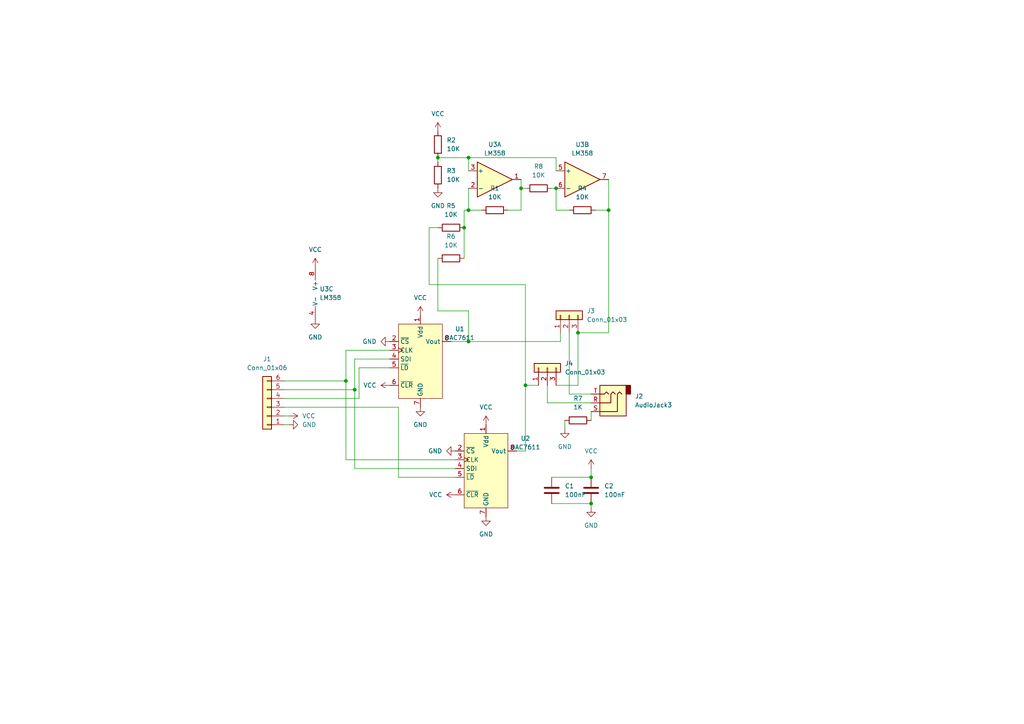
<source format=kicad_sch>
(kicad_sch (version 20231120) (generator "eeschema") (generator_version "8.0")
  (paper "A4")
  (lib_symbols
    (symbol "Amplifier_Operational:LM358" (pin_names (offset 0.127))
      (property "Reference" "U" (at 0 5.08 0))
      (property "Value" "LM358" (at 0 -5.08 0))
      (symbol "LM358_1_1"
        (polyline (pts (xy -5.08 5.08) (xy 5.08 0) (xy -5.08 -5.08) (xy -5.08 5.08)) (stroke (width 0.254)) (fill (type background)))
        (pin output line (at 7.62 0 180) (length 2.54) (name "~") (number "1"))
        (pin input line (at -7.62 -2.54 0) (length 2.54) (name "-") (number "2"))
        (pin input line (at -7.62 2.54 0) (length 2.54) (name "+") (number "3"))
      )
      (symbol "LM358_2_1"
        (polyline (pts (xy -5.08 5.08) (xy 5.08 0) (xy -5.08 -5.08) (xy -5.08 5.08)) (stroke (width 0.254)) (fill (type background)))
        (pin input line (at -7.62 2.54 0) (length 2.54) (name "+") (number "5"))
        (pin input line (at -7.62 -2.54 0) (length 2.54) (name "-") (number "6"))
        (pin output line (at 7.62 0 180) (length 2.54) (name "~") (number "7"))
      )
      (symbol "LM358_3_1"
        (pin power_in line (at -2.54 -7.62 90) (length 3.81) (name "V-") (number "4"))
        (pin power_in line (at -2.54 7.62 270) (length 3.81) (name "V+") (number "8"))
      )
    )
    (symbol "Connector_Audio:AudioJack3"
      (property "Reference" "J" (at 0 8.89 0))
      (property "Value" "AudioJack3" (at 0 6.35 0))
      (symbol "AudioJack3_0_1"
        (rectangle (start -5.08 -5.08) (end -6.35 -2.54) (stroke (width 0.254)) (fill (type outline)))
        (polyline (pts (xy 0 -2.54) (xy 0.635 -3.175) (xy 1.27 -2.54) (xy 2.54 -2.54)) (stroke (width 0.254)))
        (polyline (pts (xy -1.905 -2.54) (xy -1.27 -3.175) (xy -0.635 -2.54) (xy -0.635 0) (xy 2.54 0)) (stroke (width 0.254)))
        (polyline (pts (xy 2.54 2.54) (xy -2.54 2.54) (xy -2.54 -2.54) (xy -3.175 -3.175) (xy -3.81 -2.54)) (stroke (width 0.254)))
        (rectangle (start 2.54 3.81) (end -5.08 -5.08) (stroke (width 0.254)) (fill (type background)))
      )
      (symbol "AudioJack3_1_1"
        (pin passive line (at 5.08 0 180) (length 2.54) (name "~") (number "R"))
        (pin passive line (at 5.08 2.54 180) (length 2.54) (name "~") (number "S"))
        (pin passive line (at 5.08 -2.54 180) (length 2.54) (name "~") (number "T"))
      )
    )
    (symbol "Connector_Generic:Conn_01x03" (pin_names (offset 1.016) hide)
      (property "Reference" "J" (at 0 5.08 0))
      (property "Value" "Conn_01x03" (at 0 -5.08 0))
      (symbol "Conn_01x03_1_1"
        (rectangle (start -1.27 -2.413) (end 0 -2.667) (stroke (width 0.1524)))
        (rectangle (start -1.27 0.127) (end 0 -0.127) (stroke (width 0.1524)))
        (rectangle (start -1.27 2.667) (end 0 2.413) (stroke (width 0.1524)))
        (rectangle (start -1.27 3.81) (end 1.27 -3.81) (stroke (width 0.254)) (fill (type background)))
        (pin passive line (at -5.08 2.54 0) (length 3.81) (name "Pin_1") (number "1"))
        (pin passive line (at -5.08 0 0) (length 3.81) (name "Pin_2") (number "2"))
        (pin passive line (at -5.08 -2.54 0) (length 3.81) (name "Pin_3") (number "3"))
      )
    )
    (symbol "Connector_Generic:Conn_01x06" (pin_names (offset 1.016) hide)
      (property "Reference" "J" (at 0 7.62 0))
      (property "Value" "Conn_01x06" (at 0 -10.16 0))
      (symbol "Conn_01x06_1_1"
        (rectangle (start -1.27 -7.493) (end 0 -7.747) (stroke (width 0.1524)))
        (rectangle (start -1.27 -4.953) (end 0 -5.207) (stroke (width 0.1524)))
        (rectangle (start -1.27 -2.413) (end 0 -2.667) (stroke (width 0.1524)))
        (rectangle (start -1.27 0.127) (end 0 -0.127) (stroke (width 0.1524)))
        (rectangle (start -1.27 2.667) (end 0 2.413) (stroke (width 0.1524)))
        (rectangle (start -1.27 5.207) (end 0 4.953) (stroke (width 0.1524)))
        (rectangle (start -1.27 6.35) (end 1.27 -8.89) (stroke (width 0.254)) (fill (type background)))
        (pin passive line (at -5.08 5.08 0) (length 3.81) (name "Pin_1") (number "1"))
        (pin passive line (at -5.08 2.54 0) (length 3.81) (name "Pin_2") (number "2"))
        (pin passive line (at -5.08 0 0) (length 3.81) (name "Pin_3") (number "3"))
        (pin passive line (at -5.08 -2.54 0) (length 3.81) (name "Pin_4") (number "4"))
        (pin passive line (at -5.08 -5.08 0) (length 3.81) (name "Pin_5") (number "5"))
        (pin passive line (at -5.08 -7.62 0) (length 3.81) (name "Pin_6") (number "6"))
      )
    )
    (symbol "Device:C" (pin_numbers hide) (pin_names (offset 0.254))
      (property "Reference" "C" (at 0.635 2.54 0))
      (property "Value" "C" (at 0.635 -2.54 0))
      (symbol "C_0_1"
        (polyline (pts (xy -2.032 -0.762) (xy 2.032 -0.762)) (stroke (width 0.508)))
        (polyline (pts (xy -2.032 0.762) (xy 2.032 0.762)) (stroke (width 0.508)))
      )
      (symbol "C_1_1"
        (pin passive line (at 0 3.81 270) (length 2.794) (name "~") (number "1"))
        (pin passive line (at 0 -3.81 90) (length 2.794) (name "~") (number "2"))
      )
    )
    (symbol "Device:R" (pin_numbers hide) (pin_names (offset 0))
      (property "Reference" "R" (at 2.032 0 90))
      (property "Value" "R" (at 0 0 90))
      (symbol "R_0_1"
        (rectangle (start -1.016 -2.54) (end 1.016 2.54) (stroke (width 0.254)))
      )
      (symbol "R_1_1"
        (pin passive line (at 0 3.81 270) (length 1.27) (name "~") (number "1"))
        (pin passive line (at 0 -3.81 90) (length 1.27) (name "~") (number "2"))
      )
    )
    (symbol "Tholin:DAC7611"
      (property "Reference" "U" (at 0 0 0))
      (property "Value" "DAC7611" (at 0 0 0))
      (symbol "DAC7611_1_1"
        (rectangle (start -6.35 -2.54) (end 6.35 -24.13) (fill (type background)))
        (pin power_in line (at 0 0 270) (length 2.54) (name "Vdd") (number "1"))
        (pin input line (at -8.89 -7.62 0) (length 2.54) (name "~{CS}") (number "2"))
        (pin input clock (at -8.89 -10.16 0) (length 2.54) (name "CLK") (number "3"))
        (pin input line (at -8.89 -12.7 0) (length 2.54) (name "SDI") (number "4"))
        (pin input line (at -8.89 -15.24 0) (length 2.54) (name "~{LD}") (number "5"))
        (pin input line (at -8.89 -20.32 0) (length 2.54) (name "~{CLR}") (number "6"))
        (pin power_in line (at 0 -26.67 90) (length 2.54) (name "GND") (number "7"))
        (pin power_out line (at 8.89 -7.62 180) (length 2.54) (name "Vout") (number "8"))
      )
    )
    (symbol "power:GND" (power) (pin_names (offset 0))
      (property "Value" "GND" (at 0 -3.81 0))
      (symbol "GND_0_1"
        (polyline (pts (xy 0 0) (xy 0 -1.27) (xy 1.27 -1.27) (xy 0 -2.54) (xy -1.27 -1.27) (xy 0 -1.27)))
      )
      (symbol "GND_1_1"
        (pin power_in line (at 0 0 270) (length 0) hide (name "GND") (number "1"))
      )
    )
    (symbol "power:VCC" (power) (pin_names (offset 0))
      (property "Value" "VCC" (at 0 3.81 0))
      (symbol "VCC_0_1"
        (polyline (pts (xy -0.762 1.27) (xy 0 2.54)))
        (polyline (pts (xy 0 0) (xy 0 2.54)))
        (polyline (pts (xy 0 2.54) (xy 0.762 1.27)))
      )
      (symbol "VCC_1_1"
        (pin power_in line (at 0 0 90) (length 0) hide (name "VCC") (number "1"))
      )
    )
  )
  (junction (at 134.62 66.04))
  (junction (at 152.4 111.76))
  (junction (at 135.89 45.72))
  (junction (at 176.53 60.96))
  (junction (at 135.89 60.96))
  (junction (at 171.45 138.43))
  (junction (at 102.87 113.03))
  (junction (at 100.33 110.49))
  (junction (at 135.89 99.06))
  (junction (at 151.13 54.61))
  (junction (at 127 45.72))
  (junction (at 161.29 54.61))
  (junction (at 167.64 96.52))
  (junction (at 171.45 146.05))
  (wire (pts (xy 151.13 52.07) (xy 151.13 54.61)))
  (wire (pts (xy 102.87 135.89) (xy 132.08 135.89)))
  (wire (pts (xy 176.53 60.96) (xy 176.53 52.07)))
  (wire (pts (xy 82.55 115.57) (xy 104.14 115.57)))
  (wire (pts (xy 171.45 135.89) (xy 171.45 138.43)))
  (wire (pts (xy 127 90.17) (xy 135.89 90.17)))
  (wire (pts (xy 163.83 121.92) (xy 163.83 124.46)))
  (wire (pts (xy 171.45 119.38) (xy 171.45 121.92)))
  (wire (pts (xy 127 45.72) (xy 127 46.99)))
  (wire (pts (xy 162.56 99.06) (xy 135.89 99.06)))
  (wire (pts (xy 161.29 60.96) (xy 161.29 54.61)))
  (wire (pts (xy 113.03 104.14) (xy 102.87 104.14)))
  (wire (pts (xy 102.87 104.14) (xy 102.87 113.03)))
  (wire (pts (xy 127 74.93) (xy 127 90.17)))
  (wire (pts (xy 171.45 138.43) (xy 160.02 138.43)))
  (wire (pts (xy 124.46 82.55) (xy 152.4 82.55)))
  (wire (pts (xy 172.72 60.96) (xy 176.53 60.96)))
  (wire (pts (xy 152.4 111.76) (xy 152.4 130.81)))
  (wire (pts (xy 160.02 54.61) (xy 161.29 54.61)))
  (wire (pts (xy 165.1 96.52) (xy 165.1 114.3)))
  (wire (pts (xy 161.29 45.72) (xy 135.89 45.72)))
  (wire (pts (xy 151.13 54.61) (xy 151.13 60.96)))
  (wire (pts (xy 100.33 110.49) (xy 100.33 133.35)))
  (wire (pts (xy 82.55 123.19) (xy 83.82 123.19)))
  (wire (pts (xy 158.75 111.76) (xy 158.75 116.84)))
  (wire (pts (xy 100.33 133.35) (xy 132.08 133.35)))
  (wire (pts (xy 115.57 118.11) (xy 115.57 138.43)))
  (wire (pts (xy 176.53 96.52) (xy 176.53 60.96)))
  (wire (pts (xy 134.62 66.04) (xy 134.62 60.96)))
  (wire (pts (xy 161.29 49.53) (xy 161.29 45.72)))
  (wire (pts (xy 152.4 82.55) (xy 152.4 111.76)))
  (wire (pts (xy 139.7 60.96) (xy 135.89 60.96)))
  (wire (pts (xy 171.45 146.05) (xy 160.02 146.05)))
  (wire (pts (xy 151.13 54.61) (xy 152.4 54.61)))
  (wire (pts (xy 134.62 74.93) (xy 134.62 66.04)))
  (wire (pts (xy 130.81 99.06) (xy 135.89 99.06)))
  (wire (pts (xy 113.03 101.6) (xy 100.33 101.6)))
  (wire (pts (xy 135.89 60.96) (xy 135.89 54.61)))
  (wire (pts (xy 152.4 111.76) (xy 156.21 111.76)))
  (wire (pts (xy 171.45 147.32) (xy 171.45 146.05)))
  (wire (pts (xy 100.33 101.6) (xy 100.33 110.49)))
  (wire (pts (xy 82.55 113.03) (xy 102.87 113.03)))
  (wire (pts (xy 135.89 49.53) (xy 135.89 45.72)))
  (wire (pts (xy 167.64 111.76) (xy 167.64 96.52)))
  (wire (pts (xy 127 66.04) (xy 124.46 66.04)))
  (wire (pts (xy 82.55 118.11) (xy 115.57 118.11)))
  (wire (pts (xy 149.86 130.81) (xy 152.4 130.81)))
  (wire (pts (xy 135.89 90.17) (xy 135.89 99.06)))
  (wire (pts (xy 161.29 111.76) (xy 167.64 111.76)))
  (wire (pts (xy 124.46 66.04) (xy 124.46 82.55)))
  (wire (pts (xy 165.1 60.96) (xy 161.29 60.96)))
  (wire (pts (xy 115.57 138.43) (xy 132.08 138.43)))
  (wire (pts (xy 158.75 116.84) (xy 171.45 116.84)))
  (wire (pts (xy 82.55 120.65) (xy 83.82 120.65)))
  (wire (pts (xy 162.56 96.52) (xy 162.56 99.06)))
  (wire (pts (xy 167.64 96.52) (xy 176.53 96.52)))
  (wire (pts (xy 151.13 60.96) (xy 147.32 60.96)))
  (wire (pts (xy 82.55 110.49) (xy 100.33 110.49)))
  (wire (pts (xy 135.89 45.72) (xy 127 45.72)))
  (wire (pts (xy 104.14 115.57) (xy 104.14 106.68)))
  (wire (pts (xy 134.62 60.96) (xy 135.89 60.96)))
  (wire (pts (xy 104.14 106.68) (xy 113.03 106.68)))
  (wire (pts (xy 165.1 114.3) (xy 171.45 114.3)))
  (wire (pts (xy 102.87 113.03) (xy 102.87 135.89)))
  (symbol (lib_id "Device:R") (at 168.91 60.96 270) (unit 1)
    (property "Reference" "R4" (at 168.91 54.61 90))
    (property "Value" "10K" (at 168.91 57.15 90))
    (property "Footprint" "Resistor_SMD:R_1206_3216Metric_Pad1.30x1.75mm_HandSolder" (effects (hide yes)))
  )
  (symbol (lib_id "power:GND") (at 91.44 92.71 0) (unit 1)
    (property "Reference" "#PWR015" (effects (hide yes)))
    (property "Value" "GND" (at 91.44 97.79 0))
  )
  (symbol (lib_id "Device:R") (at 130.81 74.93 270) (unit 1)
    (property "Reference" "R6" (at 130.81 68.58 90))
    (property "Value" "10K" (at 130.81 71.12 90))
    (property "Footprint" "Resistor_SMD:R_1206_3216Metric_Pad1.30x1.75mm_HandSolder" (effects (hide yes)))
  )
  (symbol (lib_id "power:GND") (at 121.92 118.11 0) (unit 1)
    (property "Reference" "#PWR03" (effects (hide yes)))
    (property "Value" "GND" (at 121.92 123.19 0))
  )
  (symbol (lib_id "power:GND") (at 140.97 149.86 0) (unit 1)
    (property "Reference" "#PWR04" (effects (hide yes)))
    (property "Value" "GND" (at 140.97 154.94 0))
  )
  (symbol (lib_id "power:GND") (at 113.03 99.06 270) (unit 1)
    (property "Reference" "#PWR07" (effects (hide yes)))
    (property "Value" "GND" (at 109.22 99.06 90) (effects (justify right)))
  )
  (symbol (lib_id "power:VCC") (at 127 38.1 0) (unit 1)
    (property "Reference" "#PWR016" (effects (hide yes)))
    (property "Value" "VCC" (at 127 33.02 0))
  )
  (symbol (lib_id "Device:C") (at 171.45 142.24 0) (unit 1)
    (property "Reference" "C2" (at 175.26 140.97 0) (effects (justify left)))
    (property "Value" "100nF" (at 175.26 143.51 0) (effects (justify left)))
    (property "Footprint" "Capacitor_THT:C_Disc_D3.8mm_W2.6mm_P2.50mm" (effects (hide yes)))
  )
  (symbol (lib_id "Amplifier_Operational:LM358") (at 168.91 52.07 0) (unit 2)
    (property "Reference" "U3" (at 168.91 41.91 0))
    (property "Value" "LM358" (at 168.91 44.45 0))
    (property "Footprint" "Package_DIP:DIP-8_W7.62mm" (effects (hide yes)))
    (property "Datasheet" "http://www.ti.com/lit/ds/symlink/lm2904-n.pdf" (effects (hide yes)))
  )
  (symbol (lib_id "Device:C") (at 160.02 142.24 0) (unit 1)
    (property "Reference" "C1" (at 163.83 140.97 0) (effects (justify left)))
    (property "Value" "100nF" (at 163.83 143.51 0) (effects (justify left)))
    (property "Footprint" "Capacitor_THT:C_Disc_D3.8mm_W2.6mm_P2.50mm" (effects (hide yes)))
  )
  (symbol (lib_id "Connector_Generic:Conn_01x03") (at 165.1 91.44 90) (unit 1)
    (property "Reference" "J3" (at 170.18 90.17 90) (effects (justify right)))
    (property "Value" "Conn_01x03" (at 170.18 92.71 90) (effects (justify right)))
    (property "Footprint" "Connector_PinHeader_2.54mm:PinHeader_1x03_P2.54mm_Vertical" (effects (hide yes)))
  )
  (symbol (lib_id "Device:R") (at 127 50.8 0) (unit 1)
    (property "Reference" "R3" (at 129.54 49.53 0) (effects (justify left)))
    (property "Value" "10K" (at 129.54 52.07 0) (effects (justify left)))
    (property "Footprint" "Resistor_SMD:R_1206_3216Metric_Pad1.30x1.75mm_HandSolder" (effects (hide yes)))
  )
  (symbol (lib_id "Connector_Generic:Conn_01x03") (at 158.75 106.68 90) (unit 1)
    (property "Reference" "J4" (at 163.83 105.41 90) (effects (justify right)))
    (property "Value" "Conn_01x03" (at 163.83 107.95 90) (effects (justify right)))
    (property "Footprint" "Connector_PinHeader_2.54mm:PinHeader_1x03_P2.54mm_Vertical" (effects (hide yes)))
  )
  (symbol (lib_id "Device:R") (at 167.64 121.92 270) (unit 1)
    (property "Reference" "R7" (at 167.64 115.57 90))
    (property "Value" "1K" (at 167.64 118.11 90))
    (property "Footprint" "Resistor_THT:R_Axial_DIN0204_L3.6mm_D1.6mm_P7.62mm_Horizontal" (effects (hide yes)))
  )
  (symbol (lib_id "power:GND") (at 171.45 147.32 0) (unit 1)
    (property "Reference" "#PWR013" (effects (hide yes)))
    (property "Value" "GND" (at 171.45 152.4 0))
  )
  (symbol (lib_id "Connector_Generic:Conn_01x06") (at 77.47 118.11 180) (unit 1)
    (property "Reference" "J1" (at 77.47 104.14 0))
    (property "Value" "Conn_01x06" (at 77.47 106.68 0))
    (property "Footprint" "Connector_PinHeader_2.54mm:PinHeader_1x06_P2.54mm_Vertical" (effects (hide yes)))
  )
  (symbol (lib_id "Device:R") (at 127 41.91 0) (unit 1)
    (property "Reference" "R2" (at 129.54 40.64 0) (effects (justify left)))
    (property "Value" "10K" (at 129.54 43.18 0) (effects (justify left)))
    (property "Footprint" "Resistor_SMD:R_1206_3216Metric_Pad1.30x1.75mm_HandSolder" (effects (hide yes)))
  )
  (symbol (lib_id "power:VCC") (at 132.08 143.51 90) (unit 1)
    (property "Reference" "#PWR05" (effects (hide yes)))
    (property "Value" "VCC" (at 128.27 143.51 90) (effects (justify left)))
  )
  (symbol (lib_id "Device:R") (at 143.51 60.96 270) (unit 1)
    (property "Reference" "R1" (at 143.51 54.61 90))
    (property "Value" "10K" (at 143.51 57.15 90))
    (property "Footprint" "Resistor_SMD:R_1206_3216Metric_Pad1.30x1.75mm_HandSolder" (effects (hide yes)))
  )
  (symbol (lib_id "Amplifier_Operational:LM358") (at 93.98 85.09 0) (unit 3)
    (property "Reference" "U3" (at 92.71 83.82 0) (effects (justify left)))
    (property "Value" "LM358" (at 92.71 86.36 0) (effects (justify left)))
    (property "Footprint" "Package_DIP:DIP-8_W7.62mm" (effects (hide yes)))
    (property "Datasheet" "http://www.ti.com/lit/ds/symlink/lm2904-n.pdf" (effects (hide yes)))
  )
  (symbol (lib_id "Device:R") (at 130.81 66.04 270) (unit 1)
    (property "Reference" "R5" (at 130.81 59.69 90))
    (property "Value" "10K" (at 130.81 62.23 90))
    (property "Footprint" "Resistor_SMD:R_1206_3216Metric_Pad1.30x1.75mm_HandSolder" (effects (hide yes)))
  )
  (symbol (lib_id "power:VCC") (at 91.44 77.47 0) (unit 1)
    (property "Reference" "#PWR014" (effects (hide yes)))
    (property "Value" "VCC" (at 91.44 72.39 0))
  )
  (symbol (lib_id "power:GND") (at 132.08 130.81 270) (unit 1)
    (property "Reference" "#PWR08" (effects (hide yes)))
    (property "Value" "GND" (at 128.27 130.81 90) (effects (justify right)))
  )
  (symbol (lib_id "power:VCC") (at 140.97 123.19 0) (unit 1)
    (property "Reference" "#PWR01" (effects (hide yes)))
    (property "Value" "VCC" (at 140.97 118.11 0))
  )
  (symbol (lib_id "power:VCC") (at 113.03 111.76 90) (unit 1)
    (property "Reference" "#PWR06" (effects (hide yes)))
    (property "Value" "VCC" (at 109.22 111.76 90) (effects (justify left)))
  )
  (symbol (lib_id "power:VCC") (at 83.82 120.65 270) (unit 1)
    (property "Reference" "#PWR09" (effects (hide yes)))
    (property "Value" "VCC" (at 87.63 120.65 90) (effects (justify left)))
  )
  (symbol (lib_id "power:GND") (at 127 54.61 0) (unit 1)
    (property "Reference" "#PWR017" (effects (hide yes)))
    (property "Value" "GND" (at 127 59.69 0))
  )
  (symbol (lib_id "Amplifier_Operational:LM358") (at 143.51 52.07 0) (unit 1)
    (property "Reference" "U3" (at 143.51 41.91 0))
    (property "Value" "LM358" (at 143.51 44.45 0))
    (property "Footprint" "Package_DIP:DIP-8_W7.62mm" (effects (hide yes)))
    (property "Datasheet" "http://www.ti.com/lit/ds/symlink/lm2904-n.pdf" (effects (hide yes)))
  )
  (symbol (lib_id "Tholin:DAC7611") (at 121.92 91.44 0) (unit 1)
    (property "Reference" "U1" (at 133.35 95.4121 0))
    (property "Value" "DAC7611" (at 133.35 97.9521 0))
    (property "Footprint" "Package_DIP:DIP-8_W7.62mm" (effects (hide yes)))
    (property "Datasheet" "https://files.tholin.dev/Public/Datasheets/AnalogDevices/dac7611.pdf" (effects (hide yes)))
  )
  (symbol (lib_id "Device:R") (at 156.21 54.61 270) (unit 1)
    (property "Reference" "R8" (at 156.21 48.26 90))
    (property "Value" "10K" (at 156.21 50.8 90))
    (property "Footprint" "Resistor_SMD:R_1206_3216Metric_Pad1.30x1.75mm_HandSolder" (effects (hide yes)))
  )
  (symbol (lib_id "power:GND") (at 163.83 124.46 0) (unit 1)
    (property "Reference" "#PWR011" (effects (hide yes)))
    (property "Value" "GND" (at 163.83 129.54 0))
  )
  (symbol (lib_id "Connector_Audio:AudioJack3") (at 176.53 116.84 180) (unit 1)
    (property "Reference" "J2" (at 184.15 114.935 0) (effects (justify right)))
    (property "Value" "AudioJack3" (at 184.15 117.475 0) (effects (justify right)))
    (property "Footprint" "Connector_Audio:Jack_3.5mm_CUI_SJ1-3523N_Horizontal" (effects (hide yes)))
  )
  (symbol (lib_id "power:VCC") (at 121.92 91.44 0) (unit 1)
    (property "Reference" "#PWR02" (effects (hide yes)))
    (property "Value" "VCC" (at 121.92 86.36 0))
  )
  (symbol (lib_id "Tholin:DAC7611") (at 140.97 123.19 0) (unit 1)
    (property "Reference" "U2" (at 152.4 127.1621 0))
    (property "Value" "DAC7611" (at 152.4 129.7021 0))
    (property "Footprint" "Package_DIP:DIP-8_W7.62mm" (effects (hide yes)))
    (property "Datasheet" "https://files.tholin.dev/Public/Datasheets/AnalogDevices/dac7611.pdf" (effects (hide yes)))
  )
  (symbol (lib_id "power:GND") (at 83.82 123.19 90) (unit 1)
    (property "Reference" "#PWR010" (effects (hide yes)))
    (property "Value" "GND" (at 87.63 123.19 90) (effects (justify right)))
  )
  (symbol (lib_id "power:VCC") (at 171.45 135.89 0) (unit 1)
    (property "Reference" "#PWR012" (effects (hide yes)))
    (property "Value" "VCC" (at 171.45 130.81 0))
  )
)
</source>
